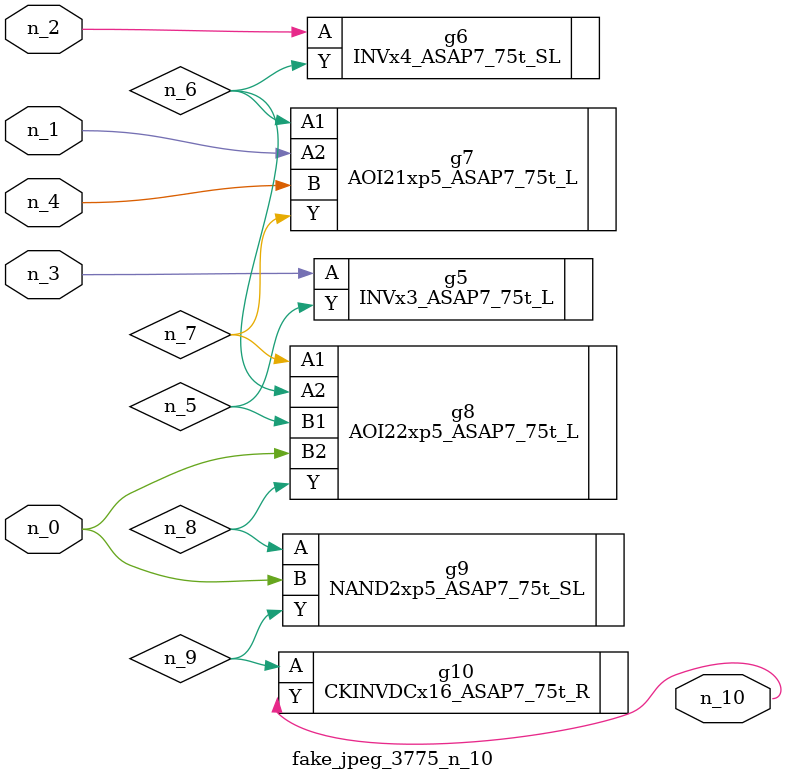
<source format=v>
module fake_jpeg_3775_n_10 (n_3, n_2, n_1, n_0, n_4, n_10);

input n_3;
input n_2;
input n_1;
input n_0;
input n_4;

output n_10;

wire n_8;
wire n_9;
wire n_6;
wire n_5;
wire n_7;

INVx3_ASAP7_75t_L g5 ( 
.A(n_3),
.Y(n_5)
);

INVx4_ASAP7_75t_SL g6 ( 
.A(n_2),
.Y(n_6)
);

AOI21xp5_ASAP7_75t_L g7 ( 
.A1(n_6),
.A2(n_1),
.B(n_4),
.Y(n_7)
);

AOI22xp5_ASAP7_75t_L g8 ( 
.A1(n_7),
.A2(n_6),
.B1(n_5),
.B2(n_0),
.Y(n_8)
);

NAND2xp5_ASAP7_75t_SL g9 ( 
.A(n_8),
.B(n_0),
.Y(n_9)
);

CKINVDCx16_ASAP7_75t_R g10 ( 
.A(n_9),
.Y(n_10)
);


endmodule
</source>
